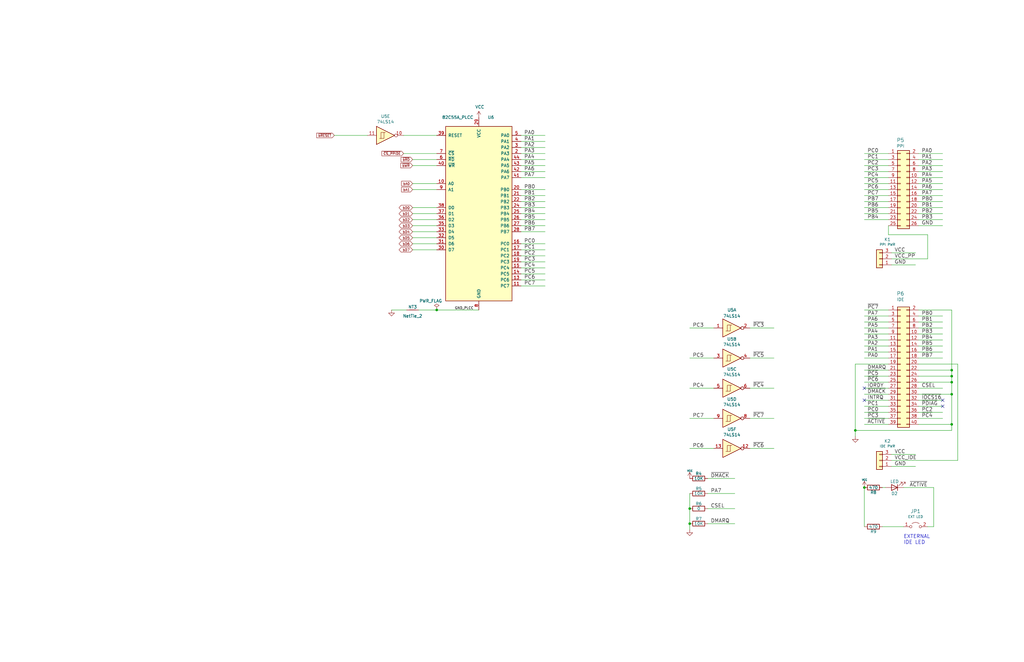
<source format=kicad_sch>
(kicad_sch (version 20211123) (generator eeschema)
  (paper "B")
  (lib_symbols
    (symbol "74xx:74LS14" (pin_names (offset 1.016))
      (property "Reference" "U" (at 0 1.27 0))
      (property "Value" "74LS14" (at 0 -1.27 0))
      (symbol "74LS14_1_0"
        (polyline (pts (xy -3.81 3.81) (xy -3.81 -3.81) (xy 3.81 0) (xy -3.81 3.81)) (stroke (width 0.254)) (fill (type background)))
        (pin input line (at -7.62 0 0) (length 3.81) (name "~") (number "1"))
        (pin output inverted (at 7.62 0 180) (length 3.81) (name "~") (number "2"))
      )
      (symbol "74LS14_1_1"
        (polyline (pts (xy -1.905 -1.27) (xy -1.905 1.27) (xy -0.635 1.27)))
        (polyline (pts (xy -2.54 -1.27) (xy -0.635 -1.27) (xy -0.635 1.27) (xy 0 1.27)))
      )
      (symbol "74LS14_2_0"
        (polyline (pts (xy -3.81 3.81) (xy -3.81 -3.81) (xy 3.81 0) (xy -3.81 3.81)) (stroke (width 0.254)) (fill (type background)))
        (pin input line (at -7.62 0 0) (length 3.81) (name "~") (number "3"))
        (pin output inverted (at 7.62 0 180) (length 3.81) (name "~") (number "4"))
      )
      (symbol "74LS14_2_1"
        (polyline (pts (xy -1.905 -1.27) (xy -1.905 1.27) (xy -0.635 1.27)))
        (polyline (pts (xy -2.54 -1.27) (xy -0.635 -1.27) (xy -0.635 1.27) (xy 0 1.27)))
      )
      (symbol "74LS14_3_0"
        (polyline (pts (xy -3.81 3.81) (xy -3.81 -3.81) (xy 3.81 0) (xy -3.81 3.81)) (stroke (width 0.254)) (fill (type background)))
        (pin input line (at -7.62 0 0) (length 3.81) (name "~") (number "5"))
        (pin output inverted (at 7.62 0 180) (length 3.81) (name "~") (number "6"))
      )
      (symbol "74LS14_3_1"
        (polyline (pts (xy -1.905 -1.27) (xy -1.905 1.27) (xy -0.635 1.27)))
        (polyline (pts (xy -2.54 -1.27) (xy -0.635 -1.27) (xy -0.635 1.27) (xy 0 1.27)))
      )
      (symbol "74LS14_4_0"
        (polyline (pts (xy -3.81 3.81) (xy -3.81 -3.81) (xy 3.81 0) (xy -3.81 3.81)) (stroke (width 0.254)) (fill (type background)))
        (pin output inverted (at 7.62 0 180) (length 3.81) (name "~") (number "8"))
        (pin input line (at -7.62 0 0) (length 3.81) (name "~") (number "9"))
      )
      (symbol "74LS14_4_1"
        (polyline (pts (xy -1.905 -1.27) (xy -1.905 1.27) (xy -0.635 1.27)))
        (polyline (pts (xy -2.54 -1.27) (xy -0.635 -1.27) (xy -0.635 1.27) (xy 0 1.27)))
      )
      (symbol "74LS14_5_0"
        (polyline (pts (xy -3.81 3.81) (xy -3.81 -3.81) (xy 3.81 0) (xy -3.81 3.81)) (stroke (width 0.254)) (fill (type background)))
        (pin output inverted (at 7.62 0 180) (length 3.81) (name "~") (number "10"))
        (pin input line (at -7.62 0 0) (length 3.81) (name "~") (number "11"))
      )
      (symbol "74LS14_5_1"
        (polyline (pts (xy -1.905 -1.27) (xy -1.905 1.27) (xy -0.635 1.27)))
        (polyline (pts (xy -2.54 -1.27) (xy -0.635 -1.27) (xy -0.635 1.27) (xy 0 1.27)))
      )
      (symbol "74LS14_6_0"
        (polyline (pts (xy -3.81 3.81) (xy -3.81 -3.81) (xy 3.81 0) (xy -3.81 3.81)) (stroke (width 0.254)) (fill (type background)))
        (pin output inverted (at 7.62 0 180) (length 3.81) (name "~") (number "12"))
        (pin input line (at -7.62 0 0) (length 3.81) (name "~") (number "13"))
      )
      (symbol "74LS14_6_1"
        (polyline (pts (xy -1.905 -1.27) (xy -1.905 1.27) (xy -0.635 1.27)))
        (polyline (pts (xy -2.54 -1.27) (xy -0.635 -1.27) (xy -0.635 1.27) (xy 0 1.27)))
      )
      (symbol "74LS14_7_0"
        (pin power_in line (at 0 12.7 270) (length 5.08) (name "VCC") (number "14"))
        (pin power_in line (at 0 -12.7 90) (length 5.08) (name "GND") (number "7"))
      )
      (symbol "74LS14_7_1"
        (rectangle (start -5.08 7.62) (end 5.08 -7.62) (stroke (width 0.254)) (fill (type background)))
      )
    )
    (symbol "Connector_Generic:Conn_01x03" (pin_names (offset 1.016) hide)
      (property "Reference" "J" (at 0 5.08 0))
      (property "Value" "Conn_01x03" (at 0 -5.08 0))
      (symbol "Conn_01x03_1_1"
        (rectangle (start -1.27 -2.413) (end 0 -2.667) (stroke (width 0.1524)))
        (rectangle (start -1.27 0.127) (end 0 -0.127) (stroke (width 0.1524)))
        (rectangle (start -1.27 2.667) (end 0 2.413) (stroke (width 0.1524)))
        (rectangle (start -1.27 3.81) (end 1.27 -3.81) (stroke (width 0.254)) (fill (type background)))
        (pin passive line (at -5.08 2.54 0) (length 3.81) (name "Pin_1") (number "1"))
        (pin passive line (at -5.08 0 0) (length 3.81) (name "Pin_2") (number "2"))
        (pin passive line (at -5.08 -2.54 0) (length 3.81) (name "Pin_3") (number "3"))
      )
    )
    (symbol "Connector_Generic:Conn_02x13_Odd_Even" (pin_names (offset 1.016) hide)
      (property "Reference" "J" (at 1.27 17.78 0))
      (property "Value" "Conn_02x13_Odd_Even" (at 1.27 -17.78 0))
      (symbol "Conn_02x13_Odd_Even_1_1"
        (rectangle (start -1.27 -15.113) (end 0 -15.367) (stroke (width 0.1524)))
        (rectangle (start -1.27 -12.573) (end 0 -12.827) (stroke (width 0.1524)))
        (rectangle (start -1.27 -10.033) (end 0 -10.287) (stroke (width 0.1524)))
        (rectangle (start -1.27 -7.493) (end 0 -7.747) (stroke (width 0.1524)))
        (rectangle (start -1.27 -4.953) (end 0 -5.207) (stroke (width 0.1524)))
        (rectangle (start -1.27 -2.413) (end 0 -2.667) (stroke (width 0.1524)))
        (rectangle (start -1.27 0.127) (end 0 -0.127) (stroke (width 0.1524)))
        (rectangle (start -1.27 2.667) (end 0 2.413) (stroke (width 0.1524)))
        (rectangle (start -1.27 5.207) (end 0 4.953) (stroke (width 0.1524)))
        (rectangle (start -1.27 7.747) (end 0 7.493) (stroke (width 0.1524)))
        (rectangle (start -1.27 10.287) (end 0 10.033) (stroke (width 0.1524)))
        (rectangle (start -1.27 12.827) (end 0 12.573) (stroke (width 0.1524)))
        (rectangle (start -1.27 15.367) (end 0 15.113) (stroke (width 0.1524)))
        (rectangle (start -1.27 16.51) (end 3.81 -16.51) (stroke (width 0.254)) (fill (type background)))
        (rectangle (start 3.81 -15.113) (end 2.54 -15.367) (stroke (width 0.1524)))
        (rectangle (start 3.81 -12.573) (end 2.54 -12.827) (stroke (width 0.1524)))
        (rectangle (start 3.81 -10.033) (end 2.54 -10.287) (stroke (width 0.1524)))
        (rectangle (start 3.81 -7.493) (end 2.54 -7.747) (stroke (width 0.1524)))
        (rectangle (start 3.81 -4.953) (end 2.54 -5.207) (stroke (width 0.1524)))
        (rectangle (start 3.81 -2.413) (end 2.54 -2.667) (stroke (width 0.1524)))
        (rectangle (start 3.81 0.127) (end 2.54 -0.127) (stroke (width 0.1524)))
        (rectangle (start 3.81 2.667) (end 2.54 2.413) (stroke (width 0.1524)))
        (rectangle (start 3.81 5.207) (end 2.54 4.953) (stroke (width 0.1524)))
        (rectangle (start 3.81 7.747) (end 2.54 7.493) (stroke (width 0.1524)))
        (rectangle (start 3.81 10.287) (end 2.54 10.033) (stroke (width 0.1524)))
        (rectangle (start 3.81 12.827) (end 2.54 12.573) (stroke (width 0.1524)))
        (rectangle (start 3.81 15.367) (end 2.54 15.113) (stroke (width 0.1524)))
        (pin passive line (at -5.08 15.24 0) (length 3.81) (name "Pin_1") (number "1"))
        (pin passive line (at 7.62 5.08 180) (length 3.81) (name "Pin_10") (number "10"))
        (pin passive line (at -5.08 2.54 0) (length 3.81) (name "Pin_11") (number "11"))
        (pin passive line (at 7.62 2.54 180) (length 3.81) (name "Pin_12") (number "12"))
        (pin passive line (at -5.08 0 0) (length 3.81) (name "Pin_13") (number "13"))
        (pin passive line (at 7.62 0 180) (length 3.81) (name "Pin_14") (number "14"))
        (pin passive line (at -5.08 -2.54 0) (length 3.81) (name "Pin_15") (number "15"))
        (pin passive line (at 7.62 -2.54 180) (length 3.81) (name "Pin_16") (number "16"))
        (pin passive line (at -5.08 -5.08 0) (length 3.81) (name "Pin_17") (number "17"))
        (pin passive line (at 7.62 -5.08 180) (length 3.81) (name "Pin_18") (number "18"))
        (pin passive line (at -5.08 -7.62 0) (length 3.81) (name "Pin_19") (number "19"))
        (pin passive line (at 7.62 15.24 180) (length 3.81) (name "Pin_2") (number "2"))
        (pin passive line (at 7.62 -7.62 180) (length 3.81) (name "Pin_20") (number "20"))
        (pin passive line (at -5.08 -10.16 0) (length 3.81) (name "Pin_21") (number "21"))
        (pin passive line (at 7.62 -10.16 180) (length 3.81) (name "Pin_22") (number "22"))
        (pin passive line (at -5.08 -12.7 0) (length 3.81) (name "Pin_23") (number "23"))
        (pin passive line (at 7.62 -12.7 180) (length 3.81) (name "Pin_24") (number "24"))
        (pin passive line (at -5.08 -15.24 0) (length 3.81) (name "Pin_25") (number "25"))
        (pin passive line (at 7.62 -15.24 180) (length 3.81) (name "Pin_26") (number "26"))
        (pin passive line (at -5.08 12.7 0) (length 3.81) (name "Pin_3") (number "3"))
        (pin passive line (at 7.62 12.7 180) (length 3.81) (name "Pin_4") (number "4"))
        (pin passive line (at -5.08 10.16 0) (length 3.81) (name "Pin_5") (number "5"))
        (pin passive line (at 7.62 10.16 180) (length 3.81) (name "Pin_6") (number "6"))
        (pin passive line (at -5.08 7.62 0) (length 3.81) (name "Pin_7") (number "7"))
        (pin passive line (at 7.62 7.62 180) (length 3.81) (name "Pin_8") (number "8"))
        (pin passive line (at -5.08 5.08 0) (length 3.81) (name "Pin_9") (number "9"))
      )
    )
    (symbol "Connector_Generic:Conn_02x20_Odd_Even" (pin_names (offset 1.016) hide)
      (property "Reference" "J" (at 1.27 25.4 0))
      (property "Value" "Conn_02x20_Odd_Even" (at 1.27 -27.94 0))
      (symbol "Conn_02x20_Odd_Even_1_1"
        (rectangle (start -1.27 -25.273) (end 0 -25.527) (stroke (width 0.1524)))
        (rectangle (start -1.27 -22.733) (end 0 -22.987) (stroke (width 0.1524)))
        (rectangle (start -1.27 -20.193) (end 0 -20.447) (stroke (width 0.1524)))
        (rectangle (start -1.27 -17.653) (end 0 -17.907) (stroke (width 0.1524)))
        (rectangle (start -1.27 -15.113) (end 0 -15.367) (stroke (width 0.1524)))
        (rectangle (start -1.27 -12.573) (end 0 -12.827) (stroke (width 0.1524)))
        (rectangle (start -1.27 -10.033) (end 0 -10.287) (stroke (width 0.1524)))
        (rectangle (start -1.27 -7.493) (end 0 -7.747) (stroke (width 0.1524)))
        (rectangle (start -1.27 -4.953) (end 0 -5.207) (stroke (width 0.1524)))
        (rectangle (start -1.27 -2.413) (end 0 -2.667) (stroke (width 0.1524)))
        (rectangle (start -1.27 0.127) (end 0 -0.127) (stroke (width 0.1524)))
        (rectangle (start -1.27 2.667) (end 0 2.413) (stroke (width 0.1524)))
        (rectangle (start -1.27 5.207) (end 0 4.953) (stroke (width 0.1524)))
        (rectangle (start -1.27 7.747) (end 0 7.493) (stroke (width 0.1524)))
        (rectangle (start -1.27 10.287) (end 0 10.033) (stroke (width 0.1524)))
        (rectangle (start -1.27 12.827) (end 0 12.573) (stroke (width 0.1524)))
        (rectangle (start -1.27 15.367) (end 0 15.113) (stroke (width 0.1524)))
        (rectangle (start -1.27 17.907) (end 0 17.653) (stroke (width 0.1524)))
        (rectangle (start -1.27 20.447) (end 0 20.193) (stroke (width 0.1524)))
        (rectangle (start -1.27 22.987) (end 0 22.733) (stroke (width 0.1524)))
        (rectangle (start -1.27 24.13) (end 3.81 -26.67) (stroke (width 0.254)) (fill (type background)))
        (rectangle (start 3.81 -25.273) (end 2.54 -25.527) (stroke (width 0.1524)))
        (rectangle (start 3.81 -22.733) (end 2.54 -22.987) (stroke (width 0.1524)))
        (rectangle (start 3.81 -20.193) (end 2.54 -20.447) (stroke (width 0.1524)))
        (rectangle (start 3.81 -17.653) (end 2.54 -17.907) (stroke (width 0.1524)))
        (rectangle (start 3.81 -15.113) (end 2.54 -15.367) (stroke (width 0.1524)))
        (rectangle (start 3.81 -12.573) (end 2.54 -12.827) (stroke (width 0.1524)))
        (rectangle (start 3.81 -10.033) (end 2.54 -10.287) (stroke (width 0.1524)))
        (rectangle (start 3.81 -7.493) (end 2.54 -7.747) (stroke (width 0.1524)))
        (rectangle (start 3.81 -4.953) (end 2.54 -5.207) (stroke (width 0.1524)))
        (rectangle (start 3.81 -2.413) (end 2.54 -2.667) (stroke (width 0.1524)))
        (rectangle (start 3.81 0.127) (end 2.54 -0.127) (stroke (width 0.1524)))
        (rectangle (start 3.81 2.667) (end 2.54 2.413) (stroke (width 0.1524)))
        (rectangle (start 3.81 5.207) (end 2.54 4.953) (stroke (width 0.1524)))
        (rectangle (start 3.81 7.747) (end 2.54 7.493) (stroke (width 0.1524)))
        (rectangle (start 3.81 10.287) (end 2.54 10.033) (stroke (width 0.1524)))
        (rectangle (start 3.81 12.827) (end 2.54 12.573) (stroke (width 0.1524)))
        (rectangle (start 3.81 15.367) (end 2.54 15.113) (stroke (width 0.1524)))
        (rectangle (start 3.81 17.907) (end 2.54 17.653) (stroke (width 0.1524)))
        (rectangle (start 3.81 20.447) (end 2.54 20.193) (stroke (width 0.1524)))
        (rectangle (start 3.81 22.987) (end 2.54 22.733) (stroke (width 0.1524)))
        (pin passive line (at -5.08 22.86 0) (length 3.81) (name "Pin_1") (number "1"))
        (pin passive line (at 7.62 12.7 180) (length 3.81) (name "Pin_10") (number "10"))
        (pin passive line (at -5.08 10.16 0) (length 3.81) (name "Pin_11") (number "11"))
        (pin passive line (at 7.62 10.16 180) (length 3.81) (name "Pin_12") (number "12"))
        (pin passive line (at -5.08 7.62 0) (length 3.81) (name "Pin_13") (number "13"))
        (pin passive line (at 7.62 7.62 180) (length 3.81) (name "Pin_14") (number "14"))
        (pin passive line (at -5.08 5.08 0) (length 3.81) (name "Pin_15") (number "15"))
        (pin passive line (at 7.62 5.08 180) (length 3.81) (name "Pin_16") (number "16"))
        (pin passive line (at -5.08 2.54 0) (length 3.81) (name "Pin_17") (number "17"))
        (pin passive line (at 7.62 2.54 180) (length 3.81) (name "Pin_18") (number "18"))
        (pin passive line (at -5.08 0 0) (length 3.81) (name "Pin_19") (number "19"))
        (pin passive line (at 7.62 22.86 180) (length 3.81) (name "Pin_2") (number "2"))
        (pin passive line (at 7.62 0 180) (length 3.81) (name "Pin_20") (number "20"))
        (pin passive line (at -5.08 -2.54 0) (length 3.81) (name "Pin_21") (number "21"))
        (pin passive line (at 7.62 -2.54 180) (length 3.81) (name "Pin_22") (number "22"))
        (pin passive line (at -5.08 -5.08 0) (length 3.81) (name "Pin_23") (number "23"))
        (pin passive line (at 7.62 -5.08 180) (length 3.81) (name "Pin_24") (number "24"))
        (pin passive line (at -5.08 -7.62 0) (length 3.81) (name "Pin_25") (number "25"))
        (pin passive line (at 7.62 -7.62 180) (length 3.81) (name "Pin_26") (number "26"))
        (pin passive line (at -5.08 -10.16 0) (length 3.81) (name "Pin_27") (number "27"))
        (pin passive line (at 7.62 -10.16 180) (length 3.81) (name "Pin_28") (number "28"))
        (pin passive line (at -5.08 -12.7 0) (length 3.81) (name "Pin_29") (number "29"))
        (pin passive line (at -5.08 20.32 0) (length 3.81) (name "Pin_3") (number "3"))
        (pin passive line (at 7.62 -12.7 180) (length 3.81) (name "Pin_30") (number "30"))
        (pin passive line (at -5.08 -15.24 0) (length 3.81) (name "Pin_31") (number "31"))
        (pin passive line (at 7.62 -15.24 180) (length 3.81) (name "Pin_32") (number "32"))
        (pin passive line (at -5.08 -17.78 0) (length 3.81) (name "Pin_33") (number "33"))
        (pin passive line (at 7.62 -17.78 180) (length 3.81) (name "Pin_34") (number "34"))
        (pin passive line (at -5.08 -20.32 0) (length 3.81) (name "Pin_35") (number "35"))
        (pin passive line (at 7.62 -20.32 180) (length 3.81) (name "Pin_36") (number "36"))
        (pin passive line (at -5.08 -22.86 0) (length 3.81) (name "Pin_37") (number "37"))
        (pin passive line (at 7.62 -22.86 180) (length 3.81) (name "Pin_38") (number "38"))
        (pin passive line (at -5.08 -25.4 0) (length 3.81) (name "Pin_39") (number "39"))
        (pin passive line (at 7.62 20.32 180) (length 3.81) (name "Pin_4") (number "4"))
        (pin passive line (at 7.62 -25.4 180) (length 3.81) (name "Pin_40") (number "40"))
        (pin passive line (at -5.08 17.78 0) (length 3.81) (name "Pin_5") (number "5"))
        (pin passive line (at 7.62 17.78 180) (length 3.81) (name "Pin_6") (number "6"))
        (pin passive line (at -5.08 15.24 0) (length 3.81) (name "Pin_7") (number "7"))
        (pin passive line (at 7.62 15.24 180) (length 3.81) (name "Pin_8") (number "8"))
        (pin passive line (at -5.08 12.7 0) (length 3.81) (name "Pin_9") (number "9"))
      )
    )
    (symbol "Device:LED" (pin_numbers hide) (pin_names (offset 1.016) hide)
      (property "Reference" "D" (at 0 2.54 0))
      (property "Value" "LED" (at 0 -2.54 0))
      (symbol "LED_0_1"
        (polyline (pts (xy -1.27 -1.27) (xy -1.27 1.27)) (stroke (width 0.254)))
        (polyline (pts (xy -1.27 0) (xy 1.27 0)))
        (polyline (pts (xy 1.27 -1.27) (xy 1.27 1.27) (xy -1.27 0) (xy 1.27 -1.27)) (stroke (width 0.254)))
        (polyline (pts (xy -3.048 -0.762) (xy -4.572 -2.286) (xy -3.81 -2.286) (xy -4.572 -2.286) (xy -4.572 -1.524)))
        (polyline (pts (xy -1.778 -0.762) (xy -3.302 -2.286) (xy -2.54 -2.286) (xy -3.302 -2.286) (xy -3.302 -1.524)))
      )
      (symbol "LED_1_1"
        (pin passive line (at -3.81 0 0) (length 2.54) (name "K") (number "1"))
        (pin passive line (at 3.81 0 180) (length 2.54) (name "A") (number "2"))
      )
    )
    (symbol "Device:NetTie_2" (pin_numbers hide) (pin_names (offset 0) hide) (in_bom no)
      (property "Reference" "NT" (at 0 1.27 0))
      (property "Value" "NetTie_2" (at 0 -1.27 0))
      (symbol "NetTie_2_0_1"
        (polyline (pts (xy -1.27 0) (xy 1.27 0)) (stroke (width 0.254)))
      )
      (symbol "NetTie_2_1_1"
        (pin passive line (at -2.54 0 0) (length 2.54) (name "1") (number "1"))
        (pin passive line (at 2.54 0 180) (length 2.54) (name "2") (number "2"))
      )
    )
    (symbol "Device:R" (pin_numbers hide) (pin_names (offset 0))
      (property "Reference" "R" (at 2.032 0 90))
      (property "Value" "R" (at 0 0 90))
      (symbol "R_0_1"
        (rectangle (start -1.016 -2.54) (end 1.016 2.54) (stroke (width 0.254)))
      )
      (symbol "R_1_1"
        (pin passive line (at 0 3.81 270) (length 1.27) (name "~") (number "1"))
        (pin passive line (at 0 -3.81 90) (length 1.27) (name "~") (number "2"))
      )
    )
    (symbol "Interface:82C55A_PLCC" (pin_names (offset 1.016))
      (property "Reference" "U" (at -13.97 38.1 0))
      (property "Value" "82C55A_PLCC" (at 8.89 38.1 0))
      (symbol "82C55A_PLCC_1_1"
        (rectangle (start -13.97 -36.83) (end 13.97 36.83) (stroke (width 0.254)) (fill (type background)))
        (pin no_connect line (at -17.78 -22.86 0) (length 5.08) hide (name "NC") (number "1"))
        (pin input line (at -17.78 12.7 0) (length 3.81) (name "A0") (number "10"))
        (pin bidirectional line (at 17.78 -30.48 180) (length 3.81) (name "PC7") (number "11"))
        (pin no_connect line (at -17.78 -25.4 0) (length 5.08) hide (name "NC") (number "12"))
        (pin bidirectional line (at 17.78 -27.94 180) (length 3.81) (name "PC6") (number "13"))
        (pin bidirectional line (at 17.78 -25.4 180) (length 3.81) (name "PC5") (number "14"))
        (pin bidirectional line (at 17.78 -22.86 180) (length 3.81) (name "PC4") (number "15"))
        (pin bidirectional line (at 17.78 -12.7 180) (length 3.81) (name "PC0") (number "16"))
        (pin bidirectional line (at 17.78 -15.24 180) (length 3.81) (name "PC1") (number "17"))
        (pin bidirectional line (at 17.78 -17.78 180) (length 3.81) (name "PC2") (number "18"))
        (pin bidirectional line (at 17.78 -20.32 180) (length 3.81) (name "PC3") (number "19"))
        (pin bidirectional line (at 17.78 25.4 180) (length 3.81) (name "PA3") (number "2"))
        (pin bidirectional line (at 17.78 10.16 180) (length 3.81) (name "PB0") (number "20"))
        (pin bidirectional line (at 17.78 7.62 180) (length 3.81) (name "PB1") (number "21"))
        (pin bidirectional line (at 17.78 5.08 180) (length 3.81) (name "PB2") (number "22"))
        (pin no_connect line (at -17.78 -27.94 0) (length 5.08) hide (name "NC") (number "23"))
        (pin bidirectional line (at 17.78 2.54 180) (length 3.81) (name "PB3") (number "24"))
        (pin bidirectional line (at 17.78 0 180) (length 3.81) (name "PB4") (number "25"))
        (pin bidirectional line (at 17.78 -2.54 180) (length 3.81) (name "PB5") (number "26"))
        (pin bidirectional line (at 17.78 -5.08 180) (length 3.81) (name "PB6") (number "27"))
        (pin bidirectional line (at 17.78 -7.62 180) (length 3.81) (name "PB7") (number "28"))
        (pin power_in line (at 0 40.64 270) (length 3.81) (name "VCC") (number "29"))
        (pin bidirectional line (at 17.78 27.94 180) (length 3.81) (name "PA2") (number "3"))
        (pin bidirectional line (at -17.78 -15.24 0) (length 3.81) (name "D7") (number "30"))
        (pin bidirectional line (at -17.78 -12.7 0) (length 3.81) (name "D6") (number "31"))
        (pin bidirectional line (at -17.78 -10.16 0) (length 3.81) (name "D5") (number "32"))
        (pin bidirectional line (at -17.78 -7.62 0) (length 3.81) (name "D4") (number "33"))
        (pin no_connect line (at -17.78 -30.48 0) (length 5.08) hide (name "NC") (number "34"))
        (pin bidirectional line (at -17.78 -5.08 0) (length 3.81) (name "D3") (number "35"))
        (pin bidirectional line (at -17.78 -2.54 0) (length 3.81) (name "D2") (number "36"))
        (pin bidirectional line (at -17.78 0 0) (length 3.81) (name "D1") (number "37"))
        (pin bidirectional line (at -17.78 2.54 0) (length 3.81) (name "D0") (number "38"))
        (pin input line (at -17.78 33.02 0) (length 3.81) (name "RESET") (number "39"))
        (pin bidirectional line (at 17.78 30.48 180) (length 3.81) (name "PA1") (number "4"))
        (pin input line (at -17.78 20.32 0) (length 3.81) (name "~{WR}") (number "40"))
        (pin bidirectional line (at 17.78 15.24 180) (length 3.81) (name "PA7") (number "41"))
        (pin bidirectional line (at 17.78 17.78 180) (length 3.81) (name "PA6") (number "42"))
        (pin bidirectional line (at 17.78 20.32 180) (length 3.81) (name "PA5") (number "43"))
        (pin bidirectional line (at 17.78 22.86 180) (length 3.81) (name "PA4") (number "44"))
        (pin bidirectional line (at 17.78 33.02 180) (length 3.81) (name "PA0") (number "5"))
        (pin input line (at -17.78 22.86 0) (length 3.81) (name "~{RD}") (number "6"))
        (pin input line (at -17.78 25.4 0) (length 3.81) (name "~{CS}") (number "7"))
        (pin power_in line (at 0 -40.64 90) (length 3.81) (name "GND") (number "8"))
        (pin input line (at -17.78 10.16 0) (length 3.81) (name "A1") (number "9"))
      )
    )
    (symbol "Jumper:Jumper_2_Open" (pin_names (offset 0) hide)
      (property "Reference" "JP" (at 0 2.794 0))
      (property "Value" "Jumper_2_Open" (at 0 -2.286 0))
      (symbol "Jumper_2_Open_0_0"
        (circle (center -2.032 0) (radius 0.508))
        (circle (center 2.032 0) (radius 0.508))
      )
      (symbol "Jumper_2_Open_0_1"
        (arc (start 1.524 1.27) (mid 0 1.778) (end -1.524 1.27))
      )
      (symbol "Jumper_2_Open_1_1"
        (pin passive line (at -5.08 0 0) (length 2.54) (name "A") (number "1"))
        (pin passive line (at 5.08 0 180) (length 2.54) (name "B") (number "2"))
      )
    )
    (symbol "power:GND" (power) (pin_names (offset 0))
      (property "Value" "GND" (at 0 -3.81 0))
      (symbol "GND_0_1"
        (polyline (pts (xy 0 0) (xy 0 -1.27) (xy 1.27 -1.27) (xy 0 -2.54) (xy -1.27 -1.27) (xy 0 -1.27)))
      )
      (symbol "GND_1_1"
        (pin power_in line (at 0 0 270) (length 0) hide (name "GND") (number "1"))
      )
    )
    (symbol "power:PWR_FLAG" (power) (pin_numbers hide) (pin_names (offset 0) hide)
      (property "Value" "PWR_FLAG" (at 0 3.81 0))
      (symbol "PWR_FLAG_0_0"
        (pin power_out line (at 0 0 90) (length 0) (name "pwr") (number "1"))
      )
      (symbol "PWR_FLAG_0_1"
        (polyline (pts (xy 0 0) (xy 0 1.27) (xy -1.016 1.905) (xy 0 2.54) (xy 1.016 1.905) (xy 0 1.27)))
      )
    )
    (symbol "power:VCC" (power) (pin_names (offset 0))
      (property "Value" "VCC" (at 0 3.81 0))
      (symbol "VCC_0_1"
        (polyline (pts (xy -0.762 1.27) (xy 0 2.54)))
        (polyline (pts (xy 0 0) (xy 0 2.54)))
        (polyline (pts (xy 0 2.54) (xy 0.762 1.27)))
      )
      (symbol "VCC_1_1"
        (pin power_in line (at 0 0 90) (length 0) hide (name "VCC") (number "1"))
      )
    )
  )
  (junction (at 364.49 205.74))
  (junction (at 401.32 179.07))
  (junction (at 401.32 158.75))
  (junction (at 360.68 181.61))
  (junction (at 184.15 130.81))
  (junction (at 401.32 161.29))
  (junction (at 401.32 166.37))
  (junction (at 401.32 156.21))
  (junction (at 290.83 214.63))
  (junction (at 290.83 220.98))
  (no_connect (at 397.51 168.91))
  (no_connect (at 364.49 163.83))
  (no_connect (at 397.51 171.45))
  (no_connect (at 364.49 168.91))
  (wire (pts (xy 219.71 115.57) (xy 229.87 115.57)))
  (wire (pts (xy 401.32 181.61) (xy 360.68 181.61)))
  (wire (pts (xy 364.49 87.63) (xy 374.65 87.63)))
  (wire (pts (xy 364.49 158.75) (xy 374.65 158.75)))
  (wire (pts (xy 364.49 148.59) (xy 374.65 148.59)))
  (wire (pts (xy 219.71 87.63) (xy 229.87 87.63)))
  (wire (pts (xy 387.35 143.51) (xy 397.51 143.51)))
  (wire (pts (xy 364.49 143.51) (xy 374.65 143.51)))
  (wire (pts (xy 391.16 109.22) (xy 375.92 109.22)))
  (wire (pts (xy 290.83 151.13) (xy 300.99 151.13)))
  (wire (pts (xy 219.71 110.49) (xy 229.87 110.49)))
  (wire (pts (xy 290.83 220.98) (xy 290.83 223.52)))
  (wire (pts (xy 176.53 130.81) (xy 184.15 130.81)))
  (wire (pts (xy 219.71 120.65) (xy 229.87 120.65)))
  (wire (pts (xy 219.71 95.25) (xy 229.87 95.25)))
  (wire (pts (xy 401.32 161.29) (xy 401.32 166.37)))
  (wire (pts (xy 290.83 138.43) (xy 300.99 138.43)))
  (wire (pts (xy 401.32 179.07) (xy 401.32 181.61)))
  (wire (pts (xy 387.35 133.35) (xy 397.51 133.35)))
  (wire (pts (xy 391.16 222.25) (xy 393.7 222.25)))
  (wire (pts (xy 403.86 153.67) (xy 403.86 194.31)))
  (wire (pts (xy 364.49 80.01) (xy 374.65 80.01)))
  (wire (pts (xy 387.35 176.53) (xy 397.51 176.53)))
  (wire (pts (xy 387.35 87.63) (xy 397.51 87.63)))
  (wire (pts (xy 387.35 130.81) (xy 401.32 130.81)))
  (wire (pts (xy 393.7 205.74) (xy 393.7 222.25)))
  (wire (pts (xy 173.99 92.71) (xy 184.15 92.71)))
  (wire (pts (xy 401.32 158.75) (xy 401.32 161.29)))
  (wire (pts (xy 298.45 208.28) (xy 309.88 208.28)))
  (wire (pts (xy 387.35 153.67) (xy 403.86 153.67)))
  (wire (pts (xy 364.49 176.53) (xy 374.65 176.53)))
  (wire (pts (xy 387.35 77.47) (xy 397.51 77.47)))
  (wire (pts (xy 298.45 214.63) (xy 309.88 214.63)))
  (wire (pts (xy 173.99 102.87) (xy 184.15 102.87)))
  (wire (pts (xy 387.35 69.85) (xy 397.51 69.85)))
  (wire (pts (xy 170.18 57.15) (xy 184.15 57.15)))
  (wire (pts (xy 364.49 171.45) (xy 374.65 171.45)))
  (wire (pts (xy 364.49 135.89) (xy 374.65 135.89)))
  (wire (pts (xy 387.35 80.01) (xy 397.51 80.01)))
  (wire (pts (xy 401.32 158.75) (xy 401.32 156.21)))
  (wire (pts (xy 165.1 130.81) (xy 171.45 130.81)))
  (wire (pts (xy 140.97 57.15) (xy 154.94 57.15)))
  (wire (pts (xy 173.99 100.33) (xy 184.15 100.33)))
  (wire (pts (xy 387.35 171.45) (xy 397.51 171.45)))
  (wire (pts (xy 387.35 151.13) (xy 397.51 151.13)))
  (wire (pts (xy 219.71 74.93) (xy 229.87 74.93)))
  (wire (pts (xy 219.71 82.55) (xy 229.87 82.55)))
  (wire (pts (xy 364.49 77.47) (xy 374.65 77.47)))
  (wire (pts (xy 219.71 105.41) (xy 229.87 105.41)))
  (wire (pts (xy 364.49 161.29) (xy 374.65 161.29)))
  (wire (pts (xy 173.99 80.01) (xy 184.15 80.01)))
  (wire (pts (xy 401.32 179.07) (xy 401.32 166.37)))
  (wire (pts (xy 364.49 179.07) (xy 374.65 179.07)))
  (wire (pts (xy 316.23 138.43) (xy 326.39 138.43)))
  (wire (pts (xy 219.71 57.15) (xy 229.87 57.15)))
  (wire (pts (xy 387.35 72.39) (xy 397.51 72.39)))
  (wire (pts (xy 316.23 176.53) (xy 326.39 176.53)))
  (wire (pts (xy 387.35 173.99) (xy 397.51 173.99)))
  (wire (pts (xy 374.65 95.25) (xy 374.65 99.06)))
  (wire (pts (xy 364.49 140.97) (xy 374.65 140.97)))
  (wire (pts (xy 387.35 92.71) (xy 397.51 92.71)))
  (wire (pts (xy 364.49 166.37) (xy 374.65 166.37)))
  (wire (pts (xy 387.35 74.93) (xy 397.51 74.93)))
  (wire (pts (xy 219.71 90.17) (xy 229.87 90.17)))
  (wire (pts (xy 387.35 146.05) (xy 397.51 146.05)))
  (wire (pts (xy 360.68 153.67) (xy 374.65 153.67)))
  (wire (pts (xy 372.11 205.74) (xy 373.38 205.74)))
  (wire (pts (xy 364.49 138.43) (xy 374.65 138.43)))
  (wire (pts (xy 290.83 189.23) (xy 300.99 189.23)))
  (wire (pts (xy 290.83 208.28) (xy 290.83 214.63)))
  (wire (pts (xy 375.92 196.85) (xy 386.08 196.85)))
  (wire (pts (xy 374.65 99.06) (xy 391.16 99.06)))
  (wire (pts (xy 360.68 181.61) (xy 360.68 153.67)))
  (wire (pts (xy 173.99 90.17) (xy 184.15 90.17)))
  (wire (pts (xy 173.99 95.25) (xy 184.15 95.25)))
  (wire (pts (xy 364.49 173.99) (xy 374.65 173.99)))
  (wire (pts (xy 364.49 85.09) (xy 374.65 85.09)))
  (wire (pts (xy 387.35 95.25) (xy 397.51 95.25)))
  (wire (pts (xy 387.35 82.55) (xy 397.51 82.55)))
  (wire (pts (xy 364.49 133.35) (xy 374.65 133.35)))
  (wire (pts (xy 170.18 64.77) (xy 184.15 64.77)))
  (wire (pts (xy 364.49 168.91) (xy 374.65 168.91)))
  (wire (pts (xy 298.45 220.98) (xy 309.88 220.98)))
  (wire (pts (xy 173.99 77.47) (xy 184.15 77.47)))
  (wire (pts (xy 219.71 62.23) (xy 229.87 62.23)))
  (wire (pts (xy 364.49 146.05) (xy 374.65 146.05)))
  (wire (pts (xy 219.71 69.85) (xy 229.87 69.85)))
  (wire (pts (xy 372.11 222.25) (xy 381 222.25)))
  (wire (pts (xy 387.35 138.43) (xy 397.51 138.43)))
  (wire (pts (xy 173.99 97.79) (xy 184.15 97.79)))
  (wire (pts (xy 364.49 64.77) (xy 374.65 64.77)))
  (wire (pts (xy 364.49 92.71) (xy 374.65 92.71)))
  (wire (pts (xy 364.49 69.85) (xy 374.65 69.85)))
  (wire (pts (xy 316.23 163.83) (xy 326.39 163.83)))
  (wire (pts (xy 364.49 72.39) (xy 374.65 72.39)))
  (wire (pts (xy 364.49 130.81) (xy 374.65 130.81)))
  (wire (pts (xy 381 205.74) (xy 393.7 205.74)))
  (wire (pts (xy 364.49 156.21) (xy 374.65 156.21)))
  (wire (pts (xy 387.35 67.31) (xy 397.51 67.31)))
  (wire (pts (xy 375.92 106.68) (xy 386.08 106.68)))
  (wire (pts (xy 387.35 90.17) (xy 397.51 90.17)))
  (wire (pts (xy 401.32 156.21) (xy 387.35 156.21)))
  (wire (pts (xy 403.86 194.31) (xy 375.92 194.31)))
  (wire (pts (xy 219.71 102.87) (xy 229.87 102.87)))
  (wire (pts (xy 401.32 161.29) (xy 387.35 161.29)))
  (wire (pts (xy 290.83 214.63) (xy 290.83 220.98)))
  (wire (pts (xy 219.71 85.09) (xy 229.87 85.09)))
  (wire (pts (xy 387.35 179.07) (xy 401.32 179.07)))
  (wire (pts (xy 387.35 158.75) (xy 401.32 158.75)))
  (wire (pts (xy 387.35 64.77) (xy 397.51 64.77)))
  (wire (pts (xy 387.35 85.09) (xy 397.51 85.09)))
  (wire (pts (xy 219.71 64.77) (xy 229.87 64.77)))
  (wire (pts (xy 364.49 163.83) (xy 374.65 163.83)))
  (wire (pts (xy 219.71 72.39) (xy 229.87 72.39)))
  (wire (pts (xy 364.49 151.13) (xy 374.65 151.13)))
  (wire (pts (xy 173.99 105.41) (xy 184.15 105.41)))
  (wire (pts (xy 375.92 191.77) (xy 386.08 191.77)))
  (wire (pts (xy 219.71 97.79) (xy 229.87 97.79)))
  (wire (pts (xy 219.71 92.71) (xy 229.87 92.71)))
  (wire (pts (xy 360.68 184.15) (xy 360.68 181.61)))
  (wire (pts (xy 401.32 130.81) (xy 401.32 156.21)))
  (wire (pts (xy 173.99 87.63) (xy 184.15 87.63)))
  (wire (pts (xy 316.23 151.13) (xy 326.39 151.13)))
  (wire (pts (xy 219.71 118.11) (xy 229.87 118.11)))
  (wire (pts (xy 364.49 74.93) (xy 374.65 74.93)))
  (wire (pts (xy 173.99 69.85) (xy 184.15 69.85)))
  (wire (pts (xy 219.71 59.69) (xy 229.87 59.69)))
  (wire (pts (xy 364.49 82.55) (xy 374.65 82.55)))
  (wire (pts (xy 219.71 113.03) (xy 229.87 113.03)))
  (wire (pts (xy 219.71 80.01) (xy 229.87 80.01)))
  (wire (pts (xy 387.35 168.91) (xy 397.51 168.91)))
  (wire (pts (xy 375.92 111.76) (xy 386.08 111.76)))
  (wire (pts (xy 364.49 90.17) (xy 374.65 90.17)))
  (wire (pts (xy 364.49 205.74) (xy 364.49 222.25)))
  (wire (pts (xy 387.35 140.97) (xy 397.51 140.97)))
  (wire (pts (xy 387.35 163.83) (xy 397.51 163.83)))
  (wire (pts (xy 316.23 189.23) (xy 326.39 189.23)))
  (wire (pts (xy 219.71 67.31) (xy 229.87 67.31)))
  (wire (pts (xy 219.71 107.95) (xy 229.87 107.95)))
  (wire (pts (xy 401.32 166.37) (xy 387.35 166.37)))
  (wire (pts (xy 173.99 67.31) (xy 184.15 67.31)))
  (wire (pts (xy 290.83 163.83) (xy 300.99 163.83)))
  (wire (pts (xy 184.15 130.81) (xy 201.93 130.81)))
  (wire (pts (xy 290.83 176.53) (xy 300.99 176.53)))
  (wire (pts (xy 391.16 99.06) (xy 391.16 109.22)))
  (wire (pts (xy 298.45 201.93) (xy 309.88 201.93)))
  (wire (pts (xy 387.35 135.89) (xy 397.51 135.89)))
  (wire (pts (xy 364.49 67.31) (xy 374.65 67.31)))
  (wire (pts (xy 387.35 148.59) (xy 397.51 148.59)))
  (text "EXTERNAL\nIDE LED" (at 381 229.87 0) (effects (font (size 1.524 1.524)) (justify left bottom)))
  (label "PB6" (at 220.98 95.25 0) (effects (font (size 1.524 1.524))))
  (label "VCC" (at 377.19 191.77 0) (effects (font (size 1.524 1.524))))
  (label "PA7" (at 220.98 74.93 0) (effects (font (size 1.524 1.524))))
  (label "PB5" (at 220.98 92.71 0) (effects (font (size 1.524 1.524))))
  (label "PB2" (at 220.98 85.09 0) (effects (font (size 1.524 1.524))))
  (label "PC2" (at 220.98 107.95 0) (effects (font (size 1.524 1.524))))
  (label "PB4" (at 220.98 90.17 0) (effects (font (size 1.524 1.524))))
  (label "~{PC5}" (at 365.76 158.75 0) (effects (font (size 1.524 1.524))))
  (label "PC5" (at 292.1 151.13 0) (effects (font (size 1.524 1.524))))
  (label "~{PC6}" (at 317.5 189.23 0) (effects (font (size 1.524 1.524))))
  (label "~{ACTIVE}" (at 365.76 179.07 0) (effects (font (size 1.524 1.524))))
  (label "PA5" (at 388.62 77.47 0) (effects (font (size 1.524 1.524))))
  (label "PA7" (at 299.72 208.28 0) (effects (font (size 1.524 1.524))))
  (label "PC3" (at 292.1 138.43 0) (effects (font (size 1.524 1.524))))
  (label "PA7" (at 388.62 82.55 0) (effects (font (size 1.524 1.524))))
  (label "PA1" (at 365.76 148.59 0) (effects (font (size 1.524 1.524))))
  (label "CSEL" (at 388.62 163.83 0) (effects (font (size 1.524 1.524))))
  (label "PC2" (at 365.76 69.85 0) (effects (font (size 1.524 1.524))))
  (label "PA6" (at 388.62 80.01 0) (effects (font (size 1.524 1.524))))
  (label "PA3" (at 365.76 143.51 0) (effects (font (size 1.524 1.524))))
  (label "PC5" (at 220.98 115.57 0) (effects (font (size 1.524 1.524))))
  (label "PA2" (at 365.76 146.05 0) (effects (font (size 1.524 1.524))))
  (label "~{PC3}" (at 365.76 176.53 0) (effects (font (size 1.524 1.524))))
  (label "PA6" (at 220.98 72.39 0) (effects (font (size 1.524 1.524))))
  (label "PB2" (at 388.62 90.17 0) (effects (font (size 1.524 1.524))))
  (label "~{PC5}" (at 317.5 151.13 0) (effects (font (size 1.524 1.524))))
  (label "PC0" (at 365.76 64.77 0) (effects (font (size 1.524 1.524))))
  (label "PB3" (at 220.98 87.63 0) (effects (font (size 1.524 1.524))))
  (label "PA5" (at 220.98 69.85 0) (effects (font (size 1.524 1.524))))
  (label "PC6" (at 365.76 80.01 0) (effects (font (size 1.524 1.524))))
  (label "~{DMACK}" (at 299.72 201.93 0) (effects (font (size 1.524 1.524))))
  (label "~{PC7}" (at 317.5 176.53 0) (effects (font (size 1.524 1.524))))
  (label "PB7" (at 388.62 151.13 0) (effects (font (size 1.524 1.524))))
  (label "~{DMACK}" (at 365.76 166.37 0) (effects (font (size 1.524 1.524))))
  (label "PC3" (at 365.76 72.39 0) (effects (font (size 1.524 1.524))))
  (label "~{PC4}" (at 388.62 176.53 0) (effects (font (size 1.524 1.524))))
  (label "DMARQ" (at 365.76 156.21 0) (effects (font (size 1.524 1.524))))
  (label "PC4" (at 220.98 113.03 0) (effects (font (size 1.524 1.524))))
  (label "~{PC4}" (at 317.5 163.83 0) (effects (font (size 1.524 1.524))))
  (label "PB7" (at 220.98 97.79 0) (effects (font (size 1.524 1.524))))
  (label "~{ACTIVE}" (at 383.54 205.74 0) (effects (font (size 1.524 1.524))))
  (label "DMARQ" (at 299.72 220.98 0) (effects (font (size 1.524 1.524))))
  (label "GND" (at 388.62 95.25 0) (effects (font (size 1.524 1.524))))
  (label "PC6" (at 220.98 118.11 0) (effects (font (size 1.524 1.524))))
  (label "PC2" (at 388.62 173.99 0) (effects (font (size 1.524 1.524))))
  (label "PA0" (at 365.76 151.13 0) (effects (font (size 1.524 1.524))))
  (label "PC7" (at 292.1 176.53 0) (effects (font (size 1.524 1.524))))
  (label "PC0" (at 365.76 173.99 0) (effects (font (size 1.524 1.524))))
  (label "PA7" (at 365.76 133.35 0) (effects (font (size 1.524 1.524))))
  (label "PC4" (at 365.76 74.93 0) (effects (font (size 1.524 1.524))))
  (label "GND" (at 377.19 196.85 0) (effects (font (size 1.524 1.524))))
  (label "PB3" (at 388.62 140.97 0) (effects (font (size 1.524 1.524))))
  (label "PC3" (at 220.98 110.49 0) (effects (font (size 1.524 1.524))))
  (label "PB0" (at 388.62 133.35 0) (effects (font (size 1.524 1.524))))
  (label "PB0" (at 220.98 80.01 0) (effects (font (size 1.524 1.524))))
  (label "PB2" (at 388.62 138.43 0) (effects (font (size 1.524 1.524))))
  (label "PA2" (at 220.98 62.23 0) (effects (font (size 1.524 1.524))))
  (label "PB1" (at 388.62 87.63 0) (effects (font (size 1.524 1.524))))
  (label "CSEL" (at 299.72 214.63 0) (effects (font (size 1.524 1.524))))
  (label "GND_PLCC" (at 191.77 130.81 0) (effects (font (size 1.016 1.016))))
  (label "PC1" (at 365.76 171.45 0) (effects (font (size 1.524 1.524))))
  (label "~{PC3}" (at 317.5 138.43 0) (effects (font (size 1.524 1.524))))
  (label "PA4" (at 365.76 140.97 0) (effects (font (size 1.524 1.524))))
  (label "PB0" (at 388.62 85.09 0) (effects (font (size 1.524 1.524))))
  (label "PA3" (at 388.62 72.39 0) (effects (font (size 1.524 1.524))))
  (label "PA1" (at 388.62 67.31 0) (effects (font (size 1.524 1.524))))
  (label "PA3" (at 220.98 64.77 0) (effects (font (size 1.524 1.524))))
  (label "PB5" (at 388.62 146.05 0) (effects (font (size 1.524 1.524))))
  (label "VCC_PP" (at 377.19 109.22 0) (effects (font (size 1.524 1.524))))
  (label "~{PC6}" (at 365.76 161.29 0) (effects (font (size 1.524 1.524))))
  (label "PA4" (at 220.98 67.31 0) (effects (font (size 1.524 1.524))))
  (label "PA1" (at 220.98 59.69 0) (effects (font (size 1.524 1.524))))
  (label "PA5" (at 365.76 138.43 0) (effects (font (size 1.524 1.524))))
  (label "~{IOCS16}" (at 388.62 168.91 0) (effects (font (size 1.524 1.524))))
  (label "PC6" (at 292.1 189.23 0) (effects (font (size 1.524 1.524))))
  (label "PA6" (at 365.76 135.89 0) (effects (font (size 1.524 1.524))))
  (label "PC5" (at 365.76 77.47 0) (effects (font (size 1.524 1.524))))
  (label "PB6" (at 388.62 148.59 0) (effects (font (size 1.524 1.524))))
  (label "PA4" (at 388.62 74.93 0) (effects (font (size 1.524 1.524))))
  (label "IORDY" (at 365.76 163.83 0) (effects (font (size 1.524 1.524))))
  (label "INTRQ" (at 365.76 168.91 0) (effects (font (size 1.524 1.524))))
  (label "PB1" (at 388.62 135.89 0) (effects (font (size 1.524 1.524))))
  (label "VCC" (at 377.19 106.68 0) (effects (font (size 1.524 1.524))))
  (label "PB5" (at 365.76 90.17 0) (effects (font (size 1.524 1.524))))
  (label "PB1" (at 220.98 82.55 0) (effects (font (size 1.524 1.524))))
  (label "PC7" (at 365.76 82.55 0) (effects (font (size 1.524 1.524))))
  (label "PC7" (at 220.98 120.65 0) (effects (font (size 1.524 1.524))))
  (label "GND" (at 377.19 111.76 0) (effects (font (size 1.524 1.524))))
  (label "PB4" (at 388.62 143.51 0) (effects (font (size 1.524 1.524))))
  (label "PB7" (at 365.76 85.09 0) (effects (font (size 1.524 1.524))))
  (label "PB3" (at 388.62 92.71 0) (effects (font (size 1.524 1.524))))
  (label "PC1" (at 220.98 105.41 0) (effects (font (size 1.524 1.524))))
  (label "PC4" (at 292.1 163.83 0) (effects (font (size 1.524 1.524))))
  (label "VCC_IDE" (at 377.19 194.31 0) (effects (font (size 1.524 1.524))))
  (label "PB6" (at 365.76 87.63 0) (effects (font (size 1.524 1.524))))
  (label "~{PDIAG}" (at 388.62 171.45 0) (effects (font (size 1.524 1.524))))
  (label "~{PC7}" (at 365.76 130.81 0) (effects (font (size 1.524 1.524))))
  (label "PA2" (at 388.62 69.85 0) (effects (font (size 1.524 1.524))))
  (label "PB4" (at 365.76 92.71 0) (effects (font (size 1.524 1.524))))
  (label "PC1" (at 365.76 67.31 0) (effects (font (size 1.524 1.524))))
  (label "PC0" (at 220.98 102.87 0) (effects (font (size 1.524 1.524))))
  (label "PA0" (at 220.98 57.15 0) (effects (font (size 1.524 1.524))))
  (label "PA0" (at 388.62 64.77 0) (effects (font (size 1.524 1.524))))
  (global_label "~{bRD}" (shape input) (at 173.99 67.31 180) (effects (font (size 1.016 1.016))) (property "Intersheet References" "${INTERSHEET_REFS}" (effects hide)))
  (global_label "bD6" (shape bidirectional) (at 173.99 102.87 180) (effects (font (size 1.016 1.016))) (property "Intersheet References" "${INTERSHEET_REFS}" (effects hide)))
  (global_label "bD3" (shape bidirectional) (at 173.99 95.25 180) (effects (font (size 1.016 1.016))) (property "Intersheet References" "${INTERSHEET_REFS}" (effects hide)))
  (global_label "bD0" (shape bidirectional) (at 173.99 87.63 180) (effects (font (size 1.016 1.016))) (property "Intersheet References" "${INTERSHEET_REFS}" (effects hide)))
  (global_label "~{bWR}" (shape input) (at 173.99 69.85 180) (effects (font (size 1.016 1.016))) (property "Intersheet References" "${INTERSHEET_REFS}" (effects hide)))
  (global_label "bD2" (shape bidirectional) (at 173.99 92.71 180) (effects (font (size 1.016 1.016))) (property "Intersheet References" "${INTERSHEET_REFS}" (effects hide)))
  (global_label "bA0" (shape input) (at 173.99 77.47 180) (effects (font (size 1.016 1.016))) (property "Intersheet References" "${INTERSHEET_REFS}" (effects hide)))
  (global_label "bD5" (shape bidirectional) (at 173.99 100.33 180) (effects (font (size 1.016 1.016))) (property "Intersheet References" "${INTERSHEET_REFS}" (effects hide)))
  (global_label "~{CS_PPIDE}" (shape input) (at 170.18 64.77 180) (effects (font (size 1.016 1.016))) (property "Intersheet References" "${INTERSHEET_REFS}" (effects hide)))
  (global_label "~{bRESET}" (shape input) (at 140.97 57.15 180) (effects (font (size 1.016 1.016))) (property "Intersheet References" "${INTERSHEET_REFS}" (effects hide)))
  (global_label "bA1" (shape input) (at 173.99 80.01 180) (effects (font (size 1.016 1.016))) (property "Intersheet References" "${INTERSHEET_REFS}" (effects hide)))
  (global_label "bD4" (shape bidirectional) (at 173.99 97.79 180) (effects (font (size 1.016 1.016))) (property "Intersheet References" "${INTERSHEET_REFS}" (effects hide)))
  (global_label "bD1" (shape bidirectional) (at 173.99 90.17 180) (effects (font (size 1.016 1.016))) (property "Intersheet References" "${INTERSHEET_REFS}" (effects hide)))
  (global_label "bD7" (shape bidirectional) (at 173.99 105.41 180) (effects (font (size 1.016 1.016))) (property "Intersheet References" "${INTERSHEET_REFS}" (effects hide)))
  (symbol (lib_id "Device:R") (at 294.64 201.93 90) (unit 1)
    (property "Reference" "R4" (at 294.64 199.898 90))
    (property "Value" "10K" (at 294.64 201.93 90))
    (property "Footprint" "Resistor_THT:R_Axial_DIN0207_L6.3mm_D2.5mm_P7.62mm_Horizontal" (effects hide))
  )
  (symbol (lib_id "power:VCC") (at 290.83 201.93 0) (unit 1)
    (property "Reference" "#PWR010" (effects hide))
    (property "Value" "VCC" (at 290.9062 198.6788 0) (effects (font (size 0.762 0.762))))
  )
  (symbol (lib_id "74xx:74LS14") (at 308.61 138.43 0) (unit 1)
    (property "Reference" "U5" (at 308.61 130.81 0))
    (property "Value" "74LS14" (at 308.61 133.35 0))
    (property "Footprint" "Package_DIP:DIP-14_W7.62mm" (effects hide))
    (property "Datasheet" "http://www.ti.com/lit/gpn/sn74LS14" (effects hide))
  )
  (symbol (lib_id "74xx:74LS14") (at 308.61 151.13 0) (unit 2)
    (property "Reference" "U5" (at 308.61 143.0782 0))
    (property "Value" "74LS14" (at 308.61 145.3896 0))
    (property "Footprint" "Package_DIP:DIP-14_W7.62mm" (effects hide))
    (property "Datasheet" "http://www.ti.com/lit/gpn/sn74LS14" (effects hide))
  )
  (symbol (lib_id "74xx:74LS14") (at 308.61 163.83 0) (unit 3)
    (property "Reference" "U5" (at 308.61 155.7782 0))
    (property "Value" "74LS14" (at 308.61 158.0896 0))
    (property "Footprint" "Package_DIP:DIP-14_W7.62mm" (effects hide))
    (property "Datasheet" "http://www.ti.com/lit/gpn/sn74LS14" (effects hide))
  )
  (symbol (lib_id "74xx:74LS14") (at 308.61 176.53 0) (unit 4)
    (property "Reference" "U5" (at 308.61 168.4782 0))
    (property "Value" "74LS14" (at 308.61 170.7896 0))
    (property "Footprint" "Package_DIP:DIP-14_W7.62mm" (effects hide))
    (property "Datasheet" "http://www.ti.com/lit/gpn/sn74LS14" (effects hide))
  )
  (symbol (lib_id "74xx:74LS14") (at 162.56 57.15 0) (unit 5)
    (property "Reference" "U5" (at 162.56 49.0982 0))
    (property "Value" "74LS14" (at 162.56 51.4096 0))
    (property "Footprint" "Package_DIP:DIP-14_W7.62mm" (effects hide))
    (property "Datasheet" "http://www.ti.com/lit/gpn/sn74LS14" (effects hide))
  )
  (symbol (lib_id "74xx:74LS14") (at 308.61 189.23 0) (unit 6)
    (property "Reference" "U5" (at 308.61 181.1782 0))
    (property "Value" "74LS14" (at 308.61 183.4896 0))
    (property "Footprint" "Package_DIP:DIP-14_W7.62mm" (effects hide))
    (property "Datasheet" "http://www.ti.com/lit/gpn/sn74LS14" (effects hide))
  )
  (symbol (lib_id "Device:R") (at 294.64 208.28 90) (unit 1)
    (property "Reference" "R5" (at 294.64 206.248 90))
    (property "Value" "10K" (at 294.64 208.28 90))
    (property "Footprint" "Resistor_THT:R_Axial_DIN0207_L6.3mm_D2.5mm_P7.62mm_Horizontal" (effects hide))
  )
  (symbol (lib_id "Connector_Generic:Conn_02x20_Odd_Even") (at 379.73 153.67 0) (unit 1)
    (property "Reference" "P6" (at 379.73 123.9012 0) (effects (font (size 1.524 1.524))))
    (property "Value" "IDE" (at 379.73 126.3904 0))
    (property "Footprint" "Connector_IDC:IDC-Header_2x20_P2.54mm_Horizontal" (effects hide))
  )
  (symbol (lib_id "Connector_Generic:Conn_02x13_Odd_Even") (at 379.73 80.01 0) (unit 1)
    (property "Reference" "P5" (at 379.73 59.1566 0) (effects (font (size 1.524 1.524))))
    (property "Value" "PPI" (at 379.73 61.6458 0))
    (property "Footprint" "Connector_IDC:IDC-Header_2x13_P2.54mm_Horizontal" (effects hide))
  )
  (symbol (lib_id "Device:R") (at 294.64 214.63 90) (unit 1)
    (property "Reference" "R6" (at 294.64 212.598 90))
    (property "Value" "0" (at 294.64 214.63 90))
    (property "Footprint" "Resistor_THT:R_Axial_DIN0207_L6.3mm_D2.5mm_P7.62mm_Horizontal" (effects hide))
  )
  (symbol (lib_id "Device:R") (at 294.64 220.98 90) (unit 1)
    (property "Reference" "R7" (at 294.64 218.948 90))
    (property "Value" "10K" (at 294.64 220.98 90))
    (property "Footprint" "Resistor_THT:R_Axial_DIN0207_L6.3mm_D2.5mm_P7.62mm_Horizontal" (effects hide))
  )
  (symbol (lib_id "power:GND") (at 290.83 223.52 0) (unit 1)
    (property "Reference" "#PWR011" (effects hide))
    (property "Value" "GND" (effects hide))
  )
  (symbol (lib_id "Device:LED") (at 377.19 205.74 180) (unit 1)
    (property "Reference" "D2" (at 377.19 208.28 0))
    (property "Value" "LED" (at 377.19 203.2 0))
    (property "Footprint" "LED_THT:LED_D3.0mm" (effects hide))
  )
  (symbol (lib_id "Device:R") (at 368.3 205.74 270) (unit 1)
    (property "Reference" "R8" (at 368.3 207.772 90))
    (property "Value" "470" (at 368.3 205.74 90))
    (property "Footprint" "Resistor_THT:R_Axial_DIN0207_L6.3mm_D2.5mm_P7.62mm_Horizontal" (effects hide))
  )
  (symbol (lib_id "power:VCC") (at 364.49 205.74 0) (unit 1)
    (property "Reference" "#PWR013" (effects hide))
    (property "Value" "VCC" (at 364.5662 202.4888 0) (effects (font (size 0.762 0.762))))
  )
  (symbol (lib_id "Device:R") (at 368.3 222.25 270) (unit 1)
    (property "Reference" "R9" (at 368.3 224.282 90))
    (property "Value" "470" (at 368.3 222.25 90))
    (property "Footprint" "Resistor_THT:R_Axial_DIN0207_L6.3mm_D2.5mm_P7.62mm_Horizontal" (effects hide))
  )
  (symbol (lib_id "Jumper:Jumper_2_Open") (at 386.08 222.25 0) (unit 1)
    (property "Reference" "JP1" (at 386.08 215.7476 0) (effects (font (size 1.524 1.524))))
    (property "Value" "EXT LED" (at 386.08 218.059 0) (effects (font (size 1.016 1.016))))
    (property "Footprint" "Connector_PinHeader_2.54mm:PinHeader_1x02_P2.54mm_Vertical" (effects hide))
  )
  (symbol (lib_id "power:GND") (at 360.68 184.15 0) (unit 1)
    (property "Reference" "#PWR012" (effects hide))
    (property "Value" "GND" (effects hide))
  )
  (symbol (lib_id "Connector_Generic:Conn_01x03") (at 370.84 194.31 180) (unit 1)
    (property "Reference" "K2" (at 374.2182 186.1566 0))
    (property "Value" "IDE PWR" (at 374.2182 188.2902 0) (effects (font (size 1.016 1.016))))
    (property "Footprint" "Connector_PinHeader_2.54mm:PinHeader_1x03_P2.54mm_Vertical" (effects hide))
  )
  (symbol (lib_id "Connector_Generic:Conn_01x03") (at 370.84 109.22 180) (unit 1)
    (property "Reference" "K1" (at 374.2182 101.0666 0))
    (property "Value" "PPI PWR" (at 374.2182 103.2002 0) (effects (font (size 1.016 1.016))))
    (property "Footprint" "Connector_PinHeader_2.54mm:PinHeader_1x03_P2.54mm_Vertical" (effects hide))
  )
  (symbol (lib_id "Interface:82C55A_PLCC") (at 201.93 90.17 0) (unit 1)
    (property "Reference" "U6" (at 207.01 49.53 0))
    (property "Value" "82C55A_PLCC" (at 193.04 49.53 0))
    (property "Footprint" "Package_LCC:PLCC-44_THT-Socket" (effects hide))
    (property "Datasheet" "http://jap.hu/electronic/8255.pdf" (effects hide))
  )
  (symbol (lib_id "power:VCC") (at 201.93 49.53 0) (unit 1)
    (property "Reference" "#PWR08" (effects hide))
    (property "Value" "VCC" (at 202.311 45.1358 0))
  )
  (symbol (lib_id "power:GND") (at 165.1 130.81 0) (unit 1)
    (property "Reference" "#PWR09" (effects hide))
    (property "Value" "GND" (effects hide))
  )
  (symbol (lib_id "power:PWR_FLAG") (at 184.15 130.81 0) (unit 1)
    (property "Reference" "#FLG0101" (effects hide))
    (property "Value" "PWR_FLAG" (at 181.61 127 0))
  )
  (symbol (lib_id "Device:NetTie_2") (at 173.99 130.81 0) (unit 1) (in_bom no)
    (property "Reference" "NT3" (at 173.99 129.54 0))
    (property "Value" "NetTie_2" (at 173.99 133.35 0))
    (property "Footprint" "NetTie:NetTie-2_THT_Pad0.3mm" (effects hide))
  )
)
</source>
